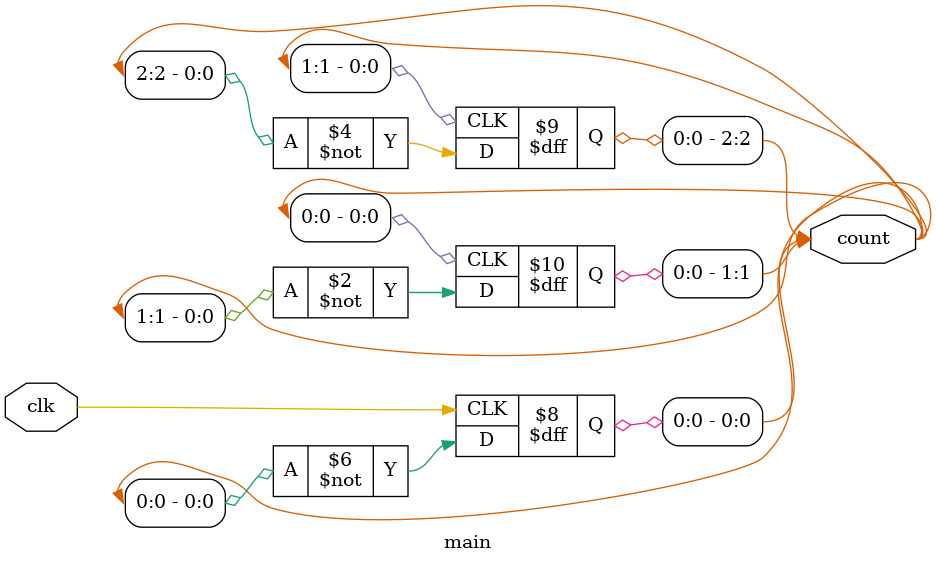
<source format=v>
`timescale 1ns / 1ps


module main(
    input clk,
    output reg [2:0] count
    );
   
    
    initial count=3'b0;
    
    always@(posedge count[0])
    count[1]<=~count[1];
    
    always@(posedge count[1])
    count[2]<=~count[2];
    
    always @(posedge clk)
    count[0]<=~count[0];
    

endmodule



</source>
